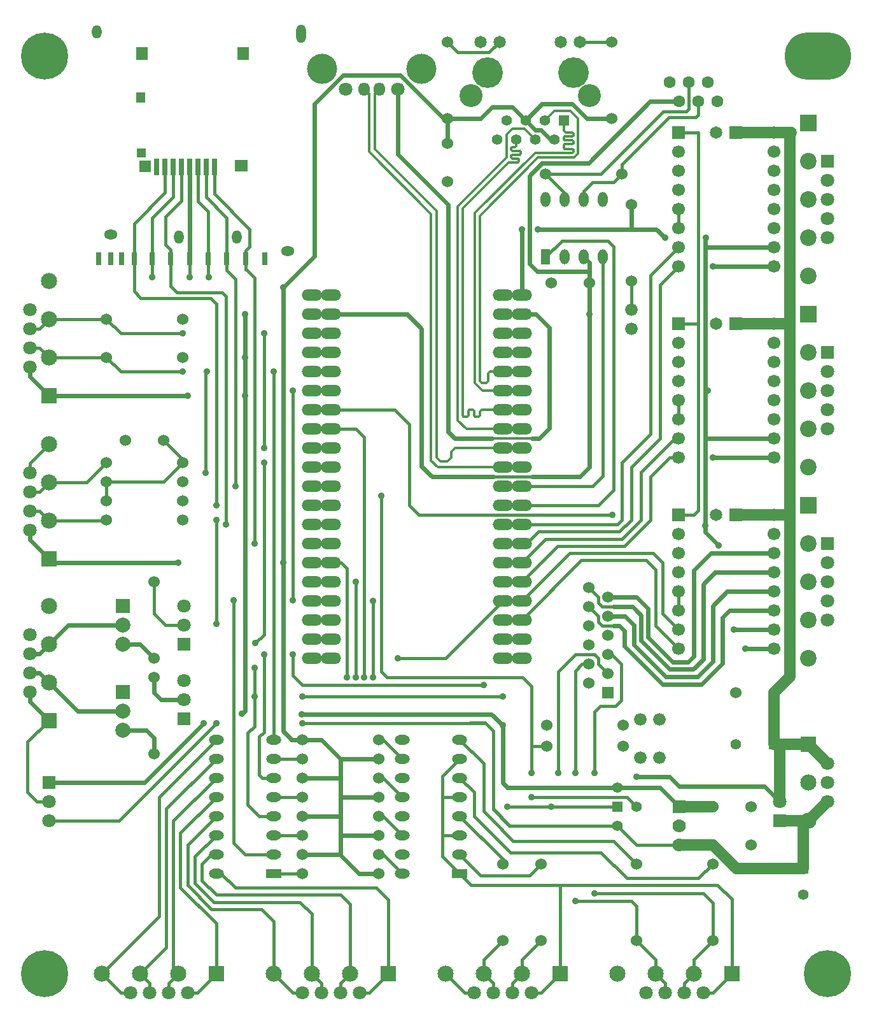
<source format=gtl>
G04 (created by PCBNEW-RS274X (2012-01-19 BZR 3256)-stable) date Fri 03 Jan 2014 10:12:11 AM CET*
G01*
G70*
G90*
%MOIN*%
G04 Gerber Fmt 3.4, Leading zero omitted, Abs format*
%FSLAX34Y34*%
G04 APERTURE LIST*
%ADD10C,0.006000*%
%ADD11R,0.051200X0.078700*%
%ADD12O,0.051200X0.078700*%
%ADD13C,0.070000*%
%ADD14R,0.070000X0.070000*%
%ADD15R,0.078700X0.051200*%
%ADD16O,0.078700X0.051200*%
%ADD17O,0.106300X0.059100*%
%ADD18C,0.160000*%
%ADD19R,0.055000X0.055000*%
%ADD20C,0.055000*%
%ADD21C,0.120000*%
%ADD22C,0.065000*%
%ADD23C,0.060000*%
%ADD24C,0.066000*%
%ADD25C,0.078700*%
%ADD26R,0.074800X0.074800*%
%ADD27O,0.059100X0.070900*%
%ADD28C,0.070900*%
%ADD29C,0.157500*%
%ADD30R,0.065000X0.065000*%
%ADD31R,0.070900X0.070900*%
%ADD32C,0.063000*%
%ADD33R,0.060000X0.060000*%
%ADD34O,0.350400X0.246100*%
%ADD35C,0.246100*%
%ADD36R,0.066900X0.066900*%
%ADD37C,0.066900*%
%ADD38R,0.084600X0.084600*%
%ADD39C,0.084600*%
%ADD40R,0.086600X0.086600*%
%ADD41C,0.086600*%
%ADD42R,0.027600X0.068900*%
%ADD43O,0.070400X0.050900*%
%ADD44O,0.050900X0.070400*%
%ADD45O,0.050900X0.097800*%
%ADD46R,0.059100X0.066900*%
%ADD47R,0.031500X0.089700*%
%ADD48R,0.050800X0.051200*%
%ADD49R,0.050800X0.055100*%
%ADD50R,0.066900X0.059100*%
%ADD51R,0.063000X0.059100*%
%ADD52C,0.035000*%
%ADD53C,0.024000*%
%ADD54C,0.016000*%
%ADD55C,0.012000*%
%ADD56C,0.060000*%
G04 APERTURE END LIST*
G54D10*
G54D11*
X40250Y-26500D03*
G54D12*
X41250Y-26500D03*
X42250Y-26500D03*
X43250Y-26500D03*
X43250Y-23500D03*
X42250Y-23500D03*
X41250Y-23500D03*
X40250Y-23500D03*
G54D13*
X47250Y-57250D03*
X47250Y-56250D03*
G54D14*
X47250Y-55250D03*
G54D15*
X26000Y-58750D03*
G54D16*
X26000Y-57750D03*
X26000Y-56750D03*
X26000Y-55750D03*
X26000Y-54750D03*
X26000Y-53750D03*
X26000Y-52750D03*
X26000Y-51750D03*
X23000Y-51750D03*
X23000Y-52750D03*
X23000Y-53750D03*
X23000Y-54750D03*
X23000Y-55750D03*
X23000Y-56750D03*
X23000Y-57750D03*
X23000Y-58750D03*
G54D15*
X35750Y-58750D03*
G54D16*
X35750Y-57750D03*
X35750Y-56750D03*
X35750Y-55750D03*
X35750Y-54750D03*
X35750Y-53750D03*
X35750Y-52750D03*
X35750Y-51750D03*
X32750Y-51750D03*
X32750Y-52750D03*
X32750Y-53750D03*
X32750Y-54750D03*
X32750Y-55750D03*
X32750Y-56750D03*
X32750Y-57750D03*
X32750Y-58750D03*
G54D17*
X39000Y-28500D03*
X39000Y-29500D03*
X39000Y-30500D03*
X39000Y-31500D03*
X39000Y-32500D03*
X39000Y-33500D03*
X39000Y-34500D03*
X39000Y-35500D03*
X39000Y-36500D03*
X39000Y-37500D03*
X39000Y-38500D03*
X39000Y-39500D03*
X39000Y-40500D03*
X39000Y-41500D03*
X39000Y-42500D03*
X39000Y-43500D03*
X39000Y-44500D03*
X39000Y-45500D03*
X39000Y-46500D03*
X39000Y-47500D03*
X28000Y-47500D03*
X28000Y-46500D03*
X28000Y-45500D03*
X28000Y-44500D03*
X28000Y-43500D03*
X28000Y-42500D03*
X28000Y-41500D03*
X28000Y-40500D03*
X28000Y-39500D03*
X28000Y-38500D03*
X28000Y-37500D03*
X28000Y-36500D03*
X28000Y-35500D03*
X28000Y-34500D03*
X28000Y-33500D03*
X28000Y-32500D03*
X28000Y-31500D03*
X28000Y-30500D03*
X28000Y-29500D03*
X28000Y-28500D03*
X29000Y-28500D03*
X29000Y-29500D03*
X29000Y-30500D03*
X29000Y-31500D03*
X29000Y-32500D03*
X29000Y-33500D03*
X29000Y-34500D03*
X29000Y-35500D03*
X29000Y-36500D03*
X29000Y-37500D03*
X29000Y-38500D03*
X29000Y-39500D03*
X29000Y-40500D03*
X29000Y-41500D03*
X29000Y-42500D03*
X29000Y-43500D03*
X29000Y-44500D03*
X29000Y-45500D03*
X29000Y-46500D03*
X29000Y-47500D03*
X38000Y-47500D03*
X38000Y-46500D03*
X38000Y-45500D03*
X38000Y-44500D03*
X38000Y-43500D03*
X38000Y-42500D03*
X38000Y-41500D03*
X38000Y-40500D03*
X38000Y-39500D03*
X38000Y-38500D03*
X38000Y-37500D03*
X38000Y-36500D03*
X38000Y-35500D03*
X38000Y-34500D03*
X38000Y-33500D03*
X38000Y-32500D03*
X38000Y-31500D03*
X38000Y-30500D03*
X38000Y-29500D03*
X38000Y-28500D03*
G54D18*
X37200Y-16850D03*
X41700Y-16850D03*
G54D19*
X41200Y-19350D03*
G54D20*
X40700Y-20350D03*
X40200Y-19350D03*
X39700Y-20350D03*
X39200Y-19350D03*
X38700Y-20350D03*
X38200Y-19350D03*
X37700Y-20350D03*
G54D21*
X42550Y-18050D03*
X36350Y-18050D03*
G54D22*
X42050Y-15250D03*
X41060Y-15250D03*
X37840Y-15250D03*
X36850Y-15250D03*
G54D23*
X50200Y-49300D03*
X52200Y-49300D03*
X20250Y-36100D03*
X18250Y-36100D03*
X35100Y-22550D03*
X35100Y-20550D03*
X51000Y-57250D03*
X49000Y-57250D03*
X51000Y-55250D03*
X49000Y-55250D03*
G54D24*
X44750Y-29250D03*
X44750Y-30250D03*
X45200Y-50700D03*
X46200Y-50700D03*
G54D19*
X52200Y-52000D03*
G54D20*
X50231Y-52000D03*
G54D19*
X53750Y-58500D03*
G54D20*
X53750Y-59878D03*
G54D25*
X18100Y-51250D03*
X18100Y-50250D03*
G54D26*
X18100Y-49250D03*
G54D25*
X18100Y-46750D03*
X18100Y-45750D03*
G54D26*
X18100Y-44750D03*
G54D27*
X30755Y-17720D03*
X31545Y-17720D03*
G54D28*
X29775Y-17720D03*
G54D29*
X28565Y-16650D03*
X33735Y-16650D03*
G54D28*
X32525Y-17720D03*
G54D24*
X45200Y-52700D03*
X46200Y-52700D03*
G54D30*
X50212Y-40000D03*
G54D22*
X49188Y-40000D03*
G54D30*
X50212Y-30000D03*
G54D22*
X49188Y-30000D03*
G54D30*
X50212Y-20000D03*
G54D22*
X49188Y-20000D03*
G54D31*
X14250Y-54000D03*
G54D28*
X14250Y-55000D03*
X14250Y-56000D03*
G54D31*
X21300Y-50650D03*
G54D28*
X21300Y-49650D03*
X21300Y-48650D03*
G54D31*
X21300Y-46750D03*
G54D28*
X21300Y-45750D03*
X21300Y-44750D03*
G54D32*
X47750Y-17375D03*
X48750Y-17375D03*
X46750Y-17375D03*
X49250Y-18375D03*
X48250Y-18375D03*
X47250Y-18375D03*
G54D23*
X45000Y-58250D03*
X45000Y-62250D03*
X27500Y-58750D03*
X31500Y-58750D03*
X27500Y-56750D03*
X31500Y-56750D03*
X40300Y-51000D03*
X44300Y-51000D03*
X49000Y-58250D03*
X49000Y-62250D03*
X27500Y-54750D03*
X31500Y-54750D03*
X27500Y-52750D03*
X31500Y-52750D03*
X27500Y-55750D03*
X31500Y-55750D03*
X27500Y-53750D03*
X31500Y-53750D03*
X27500Y-51750D03*
X31500Y-51750D03*
X19750Y-43500D03*
X19750Y-47500D03*
X19750Y-48500D03*
X19750Y-52500D03*
X21250Y-39250D03*
X17250Y-39250D03*
X17250Y-29750D03*
X21250Y-29750D03*
X44300Y-52100D03*
X40300Y-52100D03*
X44750Y-27750D03*
X44750Y-23750D03*
X35100Y-19250D03*
X35100Y-15250D03*
X43700Y-19250D03*
X43700Y-15250D03*
X44250Y-22150D03*
X40250Y-22150D03*
X27500Y-57750D03*
X31500Y-57750D03*
X40000Y-58250D03*
X40000Y-62250D03*
X38000Y-58250D03*
X38000Y-62250D03*
X21250Y-40250D03*
X17250Y-40250D03*
X21250Y-37250D03*
X17250Y-37250D03*
X17250Y-38250D03*
X21250Y-38250D03*
X17250Y-31750D03*
X21250Y-31750D03*
G54D33*
X43500Y-49300D03*
G54D23*
X42500Y-48800D03*
X43500Y-48300D03*
X42500Y-47800D03*
X43500Y-47300D03*
X42500Y-46800D03*
X43500Y-46300D03*
X42500Y-45800D03*
X43500Y-45300D03*
X42500Y-44800D03*
X43500Y-44300D03*
X42500Y-43800D03*
G54D34*
X54500Y-16000D03*
G54D35*
X55000Y-64000D03*
X14000Y-64000D03*
X14000Y-16000D03*
G54D36*
X47200Y-40000D03*
G54D37*
X47200Y-41000D03*
X47200Y-42000D03*
X47200Y-43000D03*
X47200Y-44000D03*
X47200Y-45000D03*
X47200Y-46000D03*
X47200Y-47000D03*
X52200Y-47000D03*
X52200Y-46000D03*
X52200Y-45000D03*
X52200Y-44000D03*
X52200Y-43000D03*
X52200Y-42000D03*
X52200Y-41000D03*
X52200Y-40000D03*
G54D36*
X47200Y-30000D03*
G54D37*
X47200Y-31000D03*
X47200Y-32000D03*
X47200Y-33000D03*
X47200Y-34000D03*
X47200Y-35000D03*
X47200Y-36000D03*
X47200Y-37000D03*
X52200Y-37000D03*
X52200Y-36000D03*
X52200Y-35000D03*
X52200Y-34000D03*
X52200Y-33000D03*
X52200Y-32000D03*
X52200Y-31000D03*
X52200Y-30000D03*
G54D36*
X47200Y-20000D03*
G54D37*
X47200Y-21000D03*
X47200Y-22000D03*
X47200Y-23000D03*
X47200Y-24000D03*
X47200Y-25000D03*
X47200Y-26000D03*
X47200Y-27000D03*
X52200Y-27000D03*
X52200Y-26000D03*
X52200Y-25000D03*
X52200Y-24000D03*
X52200Y-23000D03*
X52200Y-22000D03*
X52200Y-21000D03*
X52200Y-20000D03*
G54D38*
X23000Y-64000D03*
G54D39*
X21000Y-64000D03*
X19000Y-64000D03*
X17000Y-64000D03*
G54D28*
X21500Y-65000D03*
X20500Y-65000D03*
X19500Y-65000D03*
X18500Y-65000D03*
G54D38*
X14250Y-33750D03*
G54D39*
X14250Y-31750D03*
X14250Y-29750D03*
X14250Y-27750D03*
G54D28*
X13250Y-32250D03*
X13250Y-31250D03*
X13250Y-30250D03*
X13250Y-29250D03*
G54D38*
X32000Y-64000D03*
G54D39*
X30000Y-64000D03*
X28000Y-64000D03*
X26000Y-64000D03*
G54D28*
X30500Y-65000D03*
X29500Y-65000D03*
X28500Y-65000D03*
X27500Y-65000D03*
G54D38*
X50000Y-64000D03*
G54D39*
X48000Y-64000D03*
X46000Y-64000D03*
X44000Y-64000D03*
G54D28*
X48500Y-65000D03*
X47500Y-65000D03*
X46500Y-65000D03*
X45500Y-65000D03*
G54D38*
X41000Y-64000D03*
G54D39*
X39000Y-64000D03*
X37000Y-64000D03*
X35000Y-64000D03*
G54D28*
X39500Y-65000D03*
X38500Y-65000D03*
X37500Y-65000D03*
X36500Y-65000D03*
G54D38*
X14250Y-50750D03*
G54D39*
X14250Y-48750D03*
X14250Y-46750D03*
X14250Y-44750D03*
G54D28*
X13250Y-49250D03*
X13250Y-48250D03*
X13250Y-47250D03*
X13250Y-46250D03*
G54D38*
X14250Y-42300D03*
G54D39*
X14250Y-40300D03*
X14250Y-38300D03*
X14250Y-36300D03*
G54D28*
X13250Y-40800D03*
X13250Y-39800D03*
X13250Y-38800D03*
X13250Y-37800D03*
G54D31*
X52500Y-56000D03*
G54D28*
X52500Y-55000D03*
G54D19*
X44000Y-55250D03*
G54D20*
X44000Y-54250D03*
X44000Y-56250D03*
X45000Y-55250D03*
G54D40*
X54000Y-29500D03*
G54D41*
X54000Y-31500D03*
X54000Y-33500D03*
X54000Y-35500D03*
G54D31*
X55000Y-31500D03*
G54D28*
X55000Y-32500D03*
X55000Y-33500D03*
X55000Y-34500D03*
G54D41*
X54000Y-37500D03*
G54D28*
X55000Y-35500D03*
G54D40*
X54000Y-19500D03*
G54D41*
X54000Y-21500D03*
X54000Y-23500D03*
X54000Y-25500D03*
G54D31*
X55000Y-21500D03*
G54D28*
X55000Y-22500D03*
X55000Y-23500D03*
X55000Y-24500D03*
G54D41*
X54000Y-27500D03*
G54D28*
X55000Y-25500D03*
G54D40*
X54000Y-39500D03*
G54D41*
X54000Y-41500D03*
X54000Y-43500D03*
X54000Y-45500D03*
G54D31*
X55000Y-41500D03*
G54D28*
X55000Y-42500D03*
X55000Y-43500D03*
X55000Y-44500D03*
G54D41*
X54000Y-47500D03*
G54D28*
X55000Y-45500D03*
G54D23*
X40550Y-27850D03*
X42550Y-27850D03*
G54D42*
X24542Y-26601D03*
X23563Y-26601D03*
X22585Y-26601D03*
X21607Y-26601D03*
X20630Y-26601D03*
X19651Y-26601D03*
X18702Y-26601D03*
X18037Y-26601D03*
X25557Y-26601D03*
X17470Y-26601D03*
X16844Y-26601D03*
G54D43*
X26750Y-26182D03*
G54D44*
X24077Y-25465D03*
X21057Y-25465D03*
X16762Y-14717D03*
G54D43*
X17467Y-25323D03*
G54D45*
X27435Y-14820D03*
G54D46*
X19111Y-15868D03*
G54D47*
X22910Y-21797D03*
X22477Y-21797D03*
X22044Y-21797D03*
X21611Y-21797D03*
X21178Y-21797D03*
X20745Y-21797D03*
X20312Y-21797D03*
X19878Y-21797D03*
G54D48*
X19069Y-21064D03*
G54D49*
X19058Y-18151D03*
G54D46*
X24426Y-15868D03*
G54D50*
X24308Y-21714D03*
G54D51*
X19286Y-21753D03*
G54D38*
X54000Y-52000D03*
G54D39*
X54000Y-54000D03*
G54D28*
X55000Y-53000D03*
X55000Y-54000D03*
X55000Y-55000D03*
G54D39*
X54000Y-56000D03*
G54D52*
X26500Y-42500D03*
X39850Y-25050D03*
X46500Y-25500D03*
X48650Y-25500D03*
X49300Y-41600D03*
X50100Y-46000D03*
X21000Y-42500D03*
X39000Y-25050D03*
X48750Y-33500D03*
X48600Y-40550D03*
X26500Y-28100D03*
X21600Y-27550D03*
X24500Y-29500D03*
X21500Y-33750D03*
X38000Y-51000D03*
X27475Y-50425D03*
X24500Y-31750D03*
X22350Y-50900D03*
X24350Y-50400D03*
X24500Y-33750D03*
X42550Y-29500D03*
X43750Y-40000D03*
X23900Y-44450D03*
X27000Y-44450D03*
X27000Y-33500D03*
X25000Y-48000D03*
X27500Y-49500D03*
X38000Y-49500D03*
X25000Y-49500D03*
X26000Y-32500D03*
X25500Y-47300D03*
X27000Y-47300D03*
X37000Y-48900D03*
X21250Y-32500D03*
X22450Y-37800D03*
X22500Y-32500D03*
X21250Y-30500D03*
X25500Y-36500D03*
X25500Y-30500D03*
X40900Y-53500D03*
X38250Y-55250D03*
X40550Y-55250D03*
X42800Y-53500D03*
X42800Y-59800D03*
X30750Y-48500D03*
X32500Y-47500D03*
X41800Y-53500D03*
X41800Y-60200D03*
X31200Y-48500D03*
X31200Y-44500D03*
X29850Y-48500D03*
X30300Y-48500D03*
X30300Y-43500D03*
X49000Y-27000D03*
X50700Y-47000D03*
X19650Y-27550D03*
X22600Y-27550D03*
X49000Y-37000D03*
X25500Y-37250D03*
X25050Y-46700D03*
X23000Y-45700D03*
X23000Y-40250D03*
X23000Y-39500D03*
X25000Y-41500D03*
X24000Y-38500D03*
X23500Y-40500D03*
X27500Y-50900D03*
X23000Y-50900D03*
X39500Y-54750D03*
X45000Y-53700D03*
X31650Y-39000D03*
X39500Y-53500D03*
G54D53*
X50100Y-26000D02*
X50300Y-26000D01*
X39850Y-25050D02*
X44400Y-25050D01*
X44750Y-24700D02*
X44750Y-23750D01*
X40000Y-19850D02*
X39700Y-19850D01*
X13250Y-41300D02*
X14250Y-42300D01*
X50100Y-26000D02*
X48600Y-26000D01*
X48700Y-41000D02*
X49300Y-41600D01*
X29500Y-56750D02*
X29500Y-55750D01*
X48600Y-40900D02*
X48700Y-41000D01*
X48600Y-29150D02*
X48600Y-33500D01*
X48600Y-28600D02*
X48600Y-29150D01*
X48600Y-28550D02*
X48600Y-28600D01*
X48600Y-26000D02*
X48600Y-25550D01*
G54D54*
X21607Y-26601D02*
X21607Y-27543D01*
X21607Y-27543D02*
X21600Y-27550D01*
G54D53*
X29500Y-57750D02*
X29500Y-56750D01*
X39700Y-19850D02*
X39200Y-19350D01*
X48600Y-33500D02*
X48600Y-36000D01*
G54D54*
X48600Y-25550D02*
X48650Y-25500D01*
G54D53*
X39000Y-28500D02*
X39000Y-25050D01*
X13250Y-40800D02*
X13250Y-41300D01*
X27500Y-55750D02*
X29375Y-55750D01*
X46050Y-25050D02*
X46500Y-25500D01*
X29500Y-53750D02*
X29500Y-52750D01*
X44750Y-25050D02*
X44400Y-25050D01*
G54D54*
X38000Y-28500D02*
X39000Y-28500D01*
G54D53*
X35100Y-20550D02*
X35100Y-19250D01*
G54D54*
X40700Y-20350D02*
X40500Y-20350D01*
G54D53*
X31500Y-54750D02*
X29500Y-54750D01*
X27500Y-53750D02*
X29500Y-53750D01*
X31500Y-56750D02*
X29500Y-56750D01*
X21000Y-42500D02*
X14450Y-42500D01*
X40500Y-20350D02*
X40000Y-19850D01*
X41650Y-18500D02*
X40050Y-18500D01*
X40050Y-18500D02*
X39200Y-19350D01*
X52200Y-46000D02*
X50100Y-46000D01*
X29500Y-52750D02*
X28500Y-51750D01*
X28500Y-51750D02*
X27500Y-51750D01*
X29475Y-57750D02*
X30475Y-58750D01*
X30475Y-58750D02*
X31500Y-58750D01*
X21611Y-21797D02*
X21611Y-26597D01*
G54D54*
X21611Y-26597D02*
X21607Y-26601D01*
G54D53*
X26500Y-51300D02*
X26950Y-51750D01*
X26500Y-42500D02*
X26500Y-51300D01*
X26950Y-51750D02*
X27500Y-51750D01*
X32650Y-17000D02*
X29650Y-17000D01*
X29650Y-17000D02*
X28150Y-18500D01*
X34900Y-19250D02*
X32650Y-17000D01*
X28150Y-18500D02*
X28150Y-26450D01*
X28150Y-26450D02*
X27100Y-27500D01*
X27100Y-27500D02*
X26500Y-28100D01*
X35100Y-19250D02*
X34900Y-19250D01*
X29500Y-55750D02*
X29500Y-54750D01*
X52200Y-36000D02*
X48600Y-36000D01*
X37550Y-18650D02*
X37450Y-18650D01*
X37450Y-18650D02*
X36850Y-19250D01*
X38500Y-18650D02*
X37550Y-18650D01*
X36850Y-19250D02*
X35100Y-19250D01*
X39200Y-19350D02*
X38500Y-18650D01*
X31500Y-52750D02*
X29500Y-52750D01*
X43700Y-19250D02*
X42400Y-19250D01*
X42400Y-19250D02*
X41650Y-18500D01*
G54D55*
X48750Y-33500D02*
X48600Y-33500D01*
G54D54*
X14450Y-42500D02*
X14250Y-42300D01*
G54D53*
X29500Y-54750D02*
X29500Y-53750D01*
X46050Y-25050D02*
X44750Y-25050D01*
X52200Y-26000D02*
X50300Y-26000D01*
X48600Y-26000D02*
X48600Y-28300D01*
X48600Y-28300D02*
X48600Y-28450D01*
X48600Y-28450D02*
X48600Y-28550D01*
X26500Y-28100D02*
X26500Y-42500D01*
G54D54*
X29375Y-55750D02*
X29500Y-55750D01*
X29500Y-57750D02*
X29475Y-57750D01*
G54D53*
X29475Y-57750D02*
X27500Y-57750D01*
X48600Y-40550D02*
X48600Y-40900D01*
G54D54*
X21587Y-27537D02*
X21600Y-27550D01*
G54D53*
X48600Y-36000D02*
X48600Y-40550D01*
X44750Y-24700D02*
X44750Y-25050D01*
X22350Y-50900D02*
X19250Y-54000D01*
X19250Y-54000D02*
X18600Y-54000D01*
X40650Y-21600D02*
X40100Y-21600D01*
X39400Y-26850D02*
X39600Y-27050D01*
X45725Y-18375D02*
X42500Y-21600D01*
X42550Y-29500D02*
X42550Y-27550D01*
X40050Y-21600D02*
X39400Y-22250D01*
X47250Y-55250D02*
X46250Y-54250D01*
G54D54*
X46250Y-54250D02*
X44000Y-54250D01*
G54D53*
X42500Y-21600D02*
X40650Y-21600D01*
X38000Y-51000D02*
X38000Y-52000D01*
X39000Y-54250D02*
X44000Y-54250D01*
X29000Y-29500D02*
X33000Y-29500D01*
X33000Y-29500D02*
X33750Y-30250D01*
X34300Y-38000D02*
X37500Y-38000D01*
X39000Y-54250D02*
X38250Y-54250D01*
G54D54*
X38000Y-52000D02*
X38000Y-51925D01*
G54D53*
X27475Y-50425D02*
X36300Y-50425D01*
G54D54*
X38000Y-51925D02*
X38000Y-51925D01*
G54D53*
X42550Y-27550D02*
X42550Y-26800D01*
G54D56*
X49000Y-55250D02*
X47250Y-55250D01*
G54D53*
X38250Y-54250D02*
X38000Y-54000D01*
X38000Y-54000D02*
X38000Y-52100D01*
X42550Y-37500D02*
X42550Y-31150D01*
X42050Y-38000D02*
X42550Y-37500D01*
X40400Y-38000D02*
X42050Y-38000D01*
X42550Y-26800D02*
X42250Y-26500D01*
X24500Y-29500D02*
X24500Y-31750D01*
G54D54*
X39550Y-38000D02*
X37500Y-38000D01*
G54D53*
X24500Y-31750D02*
X24500Y-33750D01*
X14250Y-33750D02*
X21500Y-33750D01*
X42550Y-26800D02*
X42250Y-26500D01*
X42550Y-27250D02*
X42550Y-26800D01*
X37425Y-50425D02*
X38000Y-51000D01*
X24500Y-49950D02*
X24500Y-50250D01*
X42550Y-27850D02*
X42550Y-27250D01*
X39800Y-27250D02*
X39600Y-27050D01*
X42550Y-27250D02*
X39800Y-27250D01*
X24500Y-50250D02*
X24350Y-50400D01*
G54D54*
X40100Y-21600D02*
X40050Y-21600D01*
G54D53*
X33750Y-37450D02*
X34300Y-38000D01*
X47250Y-18375D02*
X45725Y-18375D01*
X39400Y-22250D02*
X39400Y-26850D01*
X36300Y-50425D02*
X37425Y-50425D01*
X13250Y-32750D02*
X13250Y-32250D01*
G54D54*
X38000Y-51925D02*
X38000Y-52100D01*
G54D53*
X42550Y-31150D02*
X42550Y-29500D01*
X14250Y-54000D02*
X18600Y-54000D01*
X33750Y-30250D02*
X33750Y-37450D01*
X24500Y-33750D02*
X24500Y-48100D01*
X24500Y-48100D02*
X24500Y-49950D01*
X14250Y-33750D02*
X13250Y-32750D01*
X39550Y-38000D02*
X40400Y-38000D01*
X44000Y-54250D02*
X46250Y-54250D01*
X32525Y-21125D02*
X35150Y-23750D01*
G54D55*
X37450Y-36000D02*
X39550Y-36000D01*
X39900Y-36000D02*
X40450Y-35450D01*
X40450Y-35450D02*
X40450Y-30200D01*
X40450Y-30200D02*
X39750Y-29500D01*
X39750Y-29500D02*
X39000Y-29500D01*
G54D53*
X35150Y-23750D02*
X35150Y-35650D01*
X35150Y-35650D02*
X35500Y-36000D01*
X35500Y-36000D02*
X37150Y-36000D01*
X32525Y-17720D02*
X32525Y-21125D01*
X37150Y-36000D02*
X37450Y-36000D01*
X39750Y-29500D02*
X39000Y-29500D01*
X40450Y-30200D02*
X39750Y-29500D01*
X40450Y-35450D02*
X40450Y-30200D01*
X39900Y-36000D02*
X40450Y-35450D01*
X39550Y-36000D02*
X39900Y-36000D01*
G54D54*
X41250Y-23500D02*
X41250Y-23150D01*
X43150Y-22150D02*
X46400Y-18900D01*
X46400Y-18900D02*
X47600Y-18900D01*
X47600Y-18900D02*
X47750Y-18750D01*
X47750Y-18750D02*
X47750Y-17375D01*
X40250Y-22150D02*
X43150Y-22150D01*
X41250Y-23150D02*
X40250Y-22150D01*
X48100Y-19200D02*
X48250Y-19050D01*
X42250Y-23500D02*
X42250Y-23050D01*
X44300Y-21600D02*
X46700Y-19200D01*
X43800Y-22600D02*
X44250Y-22150D01*
X48250Y-19050D02*
X48250Y-18375D01*
X46700Y-19200D02*
X47350Y-19200D01*
X42700Y-22600D02*
X43800Y-22600D01*
X44250Y-22150D02*
X44250Y-21650D01*
X47350Y-19200D02*
X48100Y-19200D01*
X42250Y-23050D02*
X42700Y-22600D01*
X44250Y-21650D02*
X44300Y-21600D01*
X43250Y-37950D02*
X42700Y-38500D01*
X43250Y-26500D02*
X43250Y-37950D01*
X42700Y-38500D02*
X39000Y-38500D01*
G54D55*
X38000Y-38500D02*
X39000Y-38500D01*
G54D54*
X43800Y-25950D02*
X43800Y-38700D01*
X41100Y-25650D02*
X43500Y-25650D01*
X43500Y-25650D02*
X43800Y-25950D01*
X39000Y-39500D02*
X38000Y-39500D01*
X43000Y-39500D02*
X39000Y-39500D01*
X40250Y-26500D02*
X41100Y-25650D01*
X43800Y-38700D02*
X43000Y-39500D01*
X43750Y-40000D02*
X37250Y-40000D01*
X48250Y-30000D02*
X48250Y-20000D01*
X28000Y-34500D02*
X29000Y-34500D01*
X32350Y-34500D02*
X29000Y-34500D01*
X48250Y-20000D02*
X47200Y-20000D01*
X47200Y-40000D02*
X48000Y-40000D01*
X33100Y-35250D02*
X33100Y-39500D01*
X33100Y-39500D02*
X33600Y-40000D01*
X37250Y-40000D02*
X33600Y-40000D01*
X47200Y-30000D02*
X48250Y-30000D01*
X48000Y-40000D02*
X48250Y-39750D01*
X32350Y-34500D02*
X33100Y-35250D01*
X48250Y-39750D02*
X48250Y-30000D01*
X23900Y-57150D02*
X23900Y-55500D01*
X24500Y-57750D02*
X23900Y-57150D01*
X23900Y-55500D02*
X23900Y-44750D01*
X23900Y-44750D02*
X23900Y-44450D01*
X27000Y-33500D02*
X27000Y-44450D01*
X26000Y-57750D02*
X24500Y-57750D01*
X25000Y-50550D02*
X25000Y-51050D01*
X25000Y-50550D02*
X25000Y-49950D01*
X25000Y-49950D02*
X25000Y-49500D01*
X26000Y-55750D02*
X25250Y-55750D01*
X25000Y-51050D02*
X25000Y-51050D01*
X25000Y-48000D02*
X25000Y-48650D01*
X38000Y-49500D02*
X27500Y-49500D01*
X25000Y-51050D02*
X24650Y-51400D01*
X24650Y-55150D02*
X25250Y-55750D01*
X24650Y-51400D02*
X24650Y-55150D01*
X25250Y-55750D02*
X26000Y-55750D01*
X25000Y-49500D02*
X25000Y-48650D01*
X39000Y-47500D02*
X38000Y-47500D01*
X26000Y-51750D02*
X26000Y-32500D01*
X25500Y-50700D02*
X25500Y-51350D01*
X25250Y-51600D02*
X25250Y-53600D01*
X25500Y-51350D02*
X25250Y-51600D01*
X25500Y-49600D02*
X25500Y-48050D01*
X25500Y-50700D02*
X25500Y-49600D01*
X27000Y-47300D02*
X27000Y-48400D01*
X27000Y-48400D02*
X27500Y-48900D01*
X27500Y-48900D02*
X37000Y-48900D01*
X25500Y-48050D02*
X25500Y-47300D01*
X25400Y-53750D02*
X25250Y-53600D01*
X25400Y-53750D02*
X26000Y-53750D01*
X26000Y-53750D02*
X25400Y-53750D01*
G54D55*
X39700Y-20350D02*
X39150Y-19800D01*
X36100Y-35500D02*
X38000Y-35500D01*
X35650Y-35050D02*
X36100Y-35500D01*
X35650Y-23850D02*
X35650Y-35050D01*
G54D54*
X39000Y-35500D02*
X38000Y-35500D01*
G54D55*
X39150Y-19800D02*
X38500Y-19800D01*
X38500Y-19800D02*
X38200Y-20100D01*
X38200Y-20100D02*
X38200Y-21300D01*
X38200Y-21300D02*
X35650Y-23850D01*
X38500Y-21350D02*
X38800Y-21350D01*
X38450Y-21300D02*
X38500Y-21350D01*
X38450Y-21200D02*
X38450Y-21300D01*
X38500Y-21150D02*
X38450Y-21200D01*
X38900Y-21150D02*
X38500Y-21150D01*
X38950Y-21100D02*
X38900Y-21150D01*
X38950Y-21000D02*
X38950Y-21100D01*
X38900Y-20950D02*
X38950Y-21000D01*
X38500Y-20950D02*
X38900Y-20950D01*
X38450Y-20900D02*
X38500Y-20950D01*
X38450Y-20800D02*
X38450Y-20900D01*
X38500Y-20750D02*
X38450Y-20800D01*
X38650Y-20750D02*
X38500Y-20750D01*
X38700Y-20700D02*
X38650Y-20750D01*
G54D54*
X38000Y-34500D02*
X39000Y-34500D01*
G54D55*
X36550Y-34850D02*
X36750Y-34850D01*
X36750Y-34850D02*
X36800Y-34800D01*
X36800Y-34800D02*
X36800Y-34600D01*
X36800Y-34600D02*
X36900Y-34500D01*
X36900Y-34500D02*
X38000Y-34500D01*
X38700Y-20350D02*
X38700Y-20700D01*
X36500Y-34800D02*
X36550Y-34850D01*
X36500Y-34550D02*
X36500Y-34800D01*
X36450Y-34500D02*
X36500Y-34550D01*
X36250Y-34500D02*
X36450Y-34500D01*
X36200Y-34550D02*
X36250Y-34500D01*
X36200Y-34800D02*
X36200Y-34550D01*
X36150Y-34850D02*
X36200Y-34800D01*
X35950Y-34850D02*
X36150Y-34850D01*
X35900Y-34800D02*
X35950Y-34850D01*
X35900Y-23950D02*
X35900Y-34800D01*
X38300Y-21550D02*
X35900Y-23950D01*
X38800Y-21550D02*
X38300Y-21550D01*
X38850Y-21500D02*
X38800Y-21550D01*
X38850Y-21400D02*
X38850Y-21500D01*
X38800Y-21350D02*
X38850Y-21400D01*
G54D54*
X14250Y-31750D02*
X17250Y-31750D01*
X13750Y-31250D02*
X14250Y-31750D01*
X13250Y-31250D02*
X13750Y-31250D01*
X18000Y-32500D02*
X21250Y-32500D01*
X17250Y-31750D02*
X18000Y-32500D01*
X22450Y-32550D02*
X22500Y-32500D01*
X22450Y-32550D02*
X22450Y-37800D01*
X18000Y-30500D02*
X21250Y-30500D01*
X17250Y-29750D02*
X18000Y-30500D01*
X13250Y-30250D02*
X13750Y-30250D01*
X13750Y-30250D02*
X14250Y-29750D01*
X25500Y-36500D02*
X25500Y-30500D01*
X14250Y-29750D02*
X17250Y-29750D01*
G54D55*
X36550Y-24200D02*
X36550Y-33100D01*
X39700Y-21050D02*
X36550Y-24200D01*
X41650Y-21050D02*
X39700Y-21050D01*
X41700Y-21000D02*
X41650Y-21050D01*
X41700Y-20900D02*
X41700Y-21000D01*
X41650Y-20850D02*
X41700Y-20900D01*
X41250Y-20850D02*
X41650Y-20850D01*
X41650Y-20600D02*
X41300Y-20600D01*
X41700Y-20550D02*
X41650Y-20600D01*
X41700Y-20450D02*
X41700Y-20550D01*
X41650Y-20400D02*
X41700Y-20450D01*
X41250Y-20400D02*
X41650Y-20400D01*
G54D54*
X38000Y-33500D02*
X39000Y-33500D01*
G54D55*
X41200Y-20350D02*
X41250Y-20400D01*
X41200Y-20250D02*
X41200Y-20350D01*
X41250Y-20200D02*
X41200Y-20250D01*
X41650Y-20200D02*
X41250Y-20200D01*
X41700Y-20150D02*
X41650Y-20200D01*
X41700Y-20050D02*
X41700Y-20150D01*
X41650Y-20000D02*
X41700Y-20050D01*
X41300Y-20000D02*
X41650Y-20000D01*
X41200Y-19900D02*
X41300Y-20000D01*
X41300Y-20600D02*
X41250Y-20600D01*
X41200Y-20800D02*
X41250Y-20850D01*
X41200Y-20650D02*
X41200Y-20800D01*
X41250Y-20600D02*
X41200Y-20650D01*
X41200Y-19350D02*
X41200Y-19900D01*
X36950Y-33500D02*
X39000Y-33500D01*
X36550Y-33100D02*
X36950Y-33500D01*
X37350Y-32500D02*
X37250Y-32600D01*
X37250Y-32600D02*
X37250Y-33000D01*
X37250Y-33000D02*
X37150Y-33100D01*
X37150Y-33100D02*
X36900Y-33100D01*
G54D54*
X38000Y-32500D02*
X39000Y-32500D01*
G54D55*
X39000Y-32500D02*
X37350Y-32500D01*
X40700Y-18850D02*
X40200Y-19350D01*
X41550Y-18850D02*
X40700Y-18850D01*
X41950Y-19250D02*
X41550Y-18850D01*
X41950Y-21100D02*
X41950Y-19250D01*
X41750Y-21300D02*
X41950Y-21100D01*
X39850Y-21300D02*
X41750Y-21300D01*
X36800Y-24350D02*
X39850Y-21300D01*
X36800Y-33000D02*
X36800Y-24350D01*
X36900Y-33100D02*
X36800Y-33000D01*
G54D54*
X42800Y-47300D02*
X43000Y-47500D01*
X41800Y-47300D02*
X42800Y-47300D01*
X41000Y-64000D02*
X41000Y-59350D01*
X35750Y-58750D02*
X36350Y-59350D01*
X36350Y-59350D02*
X41000Y-59350D01*
X50000Y-60100D02*
X50000Y-64000D01*
X41000Y-59350D02*
X49250Y-59350D01*
X49250Y-59350D02*
X50000Y-60100D01*
X40900Y-55250D02*
X40550Y-55250D01*
X40900Y-48200D02*
X41800Y-47300D01*
X44000Y-55250D02*
X40900Y-55250D01*
X43000Y-47500D02*
X43000Y-47800D01*
X43000Y-47800D02*
X43500Y-48300D01*
X49000Y-65000D02*
X50000Y-64000D01*
X48500Y-65000D02*
X49000Y-65000D01*
X40000Y-65000D02*
X41000Y-64000D01*
X40900Y-53200D02*
X40900Y-48200D01*
X35750Y-52750D02*
X34850Y-53650D01*
X35750Y-56750D02*
X34850Y-56750D01*
X35750Y-54750D02*
X34850Y-54750D01*
X35750Y-58750D02*
X34850Y-57850D01*
X38275Y-55250D02*
X38250Y-55250D01*
X38600Y-55250D02*
X38275Y-55250D01*
X34850Y-53650D02*
X34850Y-54750D01*
X34850Y-54750D02*
X34850Y-56750D01*
X34850Y-56750D02*
X34850Y-57850D01*
X40550Y-55250D02*
X38600Y-55250D01*
X39500Y-65000D02*
X40000Y-65000D01*
X40900Y-53200D02*
X40900Y-53500D01*
X39000Y-45500D02*
X42125Y-42375D01*
X46000Y-42875D02*
X46000Y-45800D01*
X42125Y-42375D02*
X45500Y-42375D01*
X38000Y-45500D02*
X39000Y-45500D01*
X45500Y-42375D02*
X46000Y-42875D01*
X46000Y-45800D02*
X47200Y-47000D01*
X49000Y-62250D02*
X48000Y-63250D01*
X48000Y-63250D02*
X48000Y-64000D01*
X48000Y-64000D02*
X47500Y-64500D01*
X47500Y-64500D02*
X47500Y-65000D01*
X42800Y-50900D02*
X42800Y-53500D01*
X43900Y-50000D02*
X43100Y-50000D01*
X42800Y-50300D02*
X42800Y-50900D01*
X43100Y-50000D02*
X42800Y-50300D01*
X43500Y-47300D02*
X43700Y-47300D01*
X43700Y-47300D02*
X44200Y-47800D01*
X44200Y-49700D02*
X43900Y-50000D01*
X44200Y-47800D02*
X44200Y-49700D01*
X48500Y-59800D02*
X49000Y-60300D01*
X49000Y-60300D02*
X49000Y-62250D01*
X42800Y-59800D02*
X48500Y-59800D01*
X31750Y-53750D02*
X32750Y-54750D01*
X30750Y-35925D02*
X30325Y-35500D01*
X31500Y-53750D02*
X31750Y-53750D01*
X30750Y-48500D02*
X30750Y-35925D01*
X30325Y-35500D02*
X28000Y-35500D01*
X46375Y-45175D02*
X47200Y-46000D01*
X39000Y-44500D02*
X41500Y-42000D01*
X32500Y-47500D02*
X35000Y-47500D01*
X45875Y-42000D02*
X46375Y-42500D01*
X38000Y-44500D02*
X39000Y-44500D01*
X46375Y-42500D02*
X46375Y-45175D01*
X35000Y-47500D02*
X38000Y-44500D01*
X41500Y-42000D02*
X45875Y-42000D01*
G54D53*
X44650Y-45525D02*
X44425Y-45300D01*
X44425Y-45300D02*
X43500Y-45300D01*
X44650Y-45525D02*
X44875Y-45750D01*
X44875Y-46800D02*
X46550Y-48475D01*
X48200Y-48475D02*
X49000Y-47675D01*
X44875Y-46650D02*
X44875Y-46800D01*
X44875Y-45750D02*
X44875Y-46650D01*
X49725Y-44025D02*
X49000Y-44750D01*
X49750Y-44000D02*
X49725Y-44025D01*
X49000Y-44750D02*
X49000Y-47675D01*
X52200Y-44000D02*
X49750Y-44000D01*
X46550Y-48475D02*
X48200Y-48475D01*
X52200Y-45000D02*
X49875Y-45000D01*
X44375Y-46200D02*
X44375Y-46075D01*
X44100Y-45800D02*
X43800Y-45800D01*
X44375Y-46075D02*
X44100Y-45800D01*
G54D54*
X43000Y-45500D02*
X43000Y-45600D01*
X43000Y-45300D02*
X43000Y-45500D01*
X43400Y-45800D02*
X43800Y-45800D01*
X42500Y-44800D02*
X43000Y-45300D01*
X43000Y-45600D02*
X43200Y-45800D01*
G54D53*
X46375Y-48875D02*
X48400Y-48875D01*
X48400Y-48875D02*
X49500Y-47775D01*
X49500Y-47775D02*
X49500Y-47550D01*
X49500Y-45375D02*
X49500Y-47550D01*
X49875Y-45000D02*
X49500Y-45375D01*
X44375Y-46450D02*
X44375Y-46875D01*
X44375Y-46450D02*
X44375Y-46200D01*
G54D54*
X43200Y-45800D02*
X43400Y-45800D01*
G54D53*
X44375Y-46875D02*
X46375Y-48875D01*
X45000Y-45000D02*
X45125Y-45125D01*
X45125Y-45125D02*
X45250Y-45250D01*
X44900Y-44900D02*
X45000Y-45000D01*
X48500Y-43625D02*
X49125Y-43000D01*
X46750Y-48075D02*
X45250Y-46575D01*
X45250Y-45250D02*
X45125Y-45125D01*
X45000Y-45000D02*
X45250Y-45250D01*
X44900Y-44900D02*
X44800Y-44800D01*
X44800Y-44800D02*
X43800Y-44800D01*
G54D54*
X43000Y-44500D02*
X43000Y-44300D01*
X43000Y-44600D02*
X43200Y-44800D01*
X43800Y-44800D02*
X44800Y-44800D01*
X43200Y-44800D02*
X43800Y-44800D01*
G54D53*
X45250Y-46575D02*
X45250Y-45250D01*
X47975Y-48075D02*
X46750Y-48075D01*
X48500Y-47550D02*
X48500Y-43625D01*
X48500Y-47550D02*
X47975Y-48075D01*
X52200Y-43000D02*
X49125Y-43000D01*
G54D54*
X43000Y-44500D02*
X43000Y-44600D01*
X43000Y-44300D02*
X42500Y-43800D01*
G54D53*
X45000Y-44300D02*
X45600Y-44900D01*
X43500Y-44300D02*
X45000Y-44300D01*
X48900Y-42000D02*
X52200Y-42000D01*
X45600Y-44900D02*
X45600Y-46400D01*
X45600Y-46400D02*
X46900Y-47700D01*
X46900Y-47700D02*
X47700Y-47700D01*
X48000Y-42900D02*
X48900Y-42000D01*
X48000Y-47400D02*
X48000Y-42900D01*
X47700Y-47700D02*
X48000Y-47400D01*
G54D54*
X40875Y-41625D02*
X44375Y-41625D01*
X45750Y-38000D02*
X46750Y-37000D01*
X46750Y-37000D02*
X47200Y-37000D01*
X45750Y-38450D02*
X45750Y-38000D01*
X45750Y-38450D02*
X45750Y-38500D01*
X39000Y-43500D02*
X40875Y-41625D01*
X44375Y-41625D02*
X45750Y-40250D01*
X45750Y-40000D02*
X45750Y-40250D01*
X38000Y-43500D02*
X39000Y-43500D01*
X45750Y-38500D02*
X45750Y-40000D01*
X45750Y-38500D02*
X45750Y-38450D01*
X42150Y-47800D02*
X42500Y-47800D01*
X41800Y-48150D02*
X42150Y-47800D01*
X45000Y-62250D02*
X46000Y-63250D01*
X46000Y-63250D02*
X46000Y-64000D01*
X46500Y-65000D02*
X46500Y-64500D01*
X46500Y-64500D02*
X46000Y-64000D01*
X42500Y-60200D02*
X41850Y-60200D01*
X44750Y-60200D02*
X42500Y-60200D01*
X45000Y-60450D02*
X44750Y-60200D01*
X45000Y-62250D02*
X45000Y-60450D01*
X41800Y-48150D02*
X41800Y-53500D01*
X41800Y-60200D02*
X41850Y-60200D01*
X31200Y-48500D02*
X31200Y-44500D01*
X31500Y-51750D02*
X31750Y-51750D01*
X28000Y-44500D02*
X29000Y-44500D01*
X31750Y-51750D02*
X32750Y-52750D01*
X44250Y-41250D02*
X45250Y-40250D01*
X38000Y-42500D02*
X39000Y-42500D01*
X40250Y-41250D02*
X44250Y-41250D01*
X47200Y-36000D02*
X47000Y-36000D01*
X45250Y-37750D02*
X45250Y-40250D01*
X47000Y-36000D02*
X45250Y-37750D01*
X39000Y-42500D02*
X40250Y-41250D01*
X40000Y-62250D02*
X39000Y-63250D01*
X39000Y-63250D02*
X39000Y-64000D01*
X38500Y-65000D02*
X38500Y-64500D01*
X38500Y-64500D02*
X39000Y-64000D01*
X29850Y-48500D02*
X29850Y-48500D01*
X29850Y-48500D02*
X29850Y-42800D01*
X29000Y-42500D02*
X28000Y-42500D01*
X31750Y-57750D02*
X32750Y-58750D01*
X31500Y-57750D02*
X31750Y-57750D01*
X29850Y-42800D02*
X29550Y-42500D01*
X29550Y-42500D02*
X29000Y-42500D01*
X38000Y-62250D02*
X37000Y-63250D01*
X37000Y-63250D02*
X37000Y-64000D01*
X37500Y-65000D02*
X37500Y-64500D01*
X37500Y-64500D02*
X37000Y-64000D01*
X31750Y-55750D02*
X32750Y-56750D01*
X29000Y-43500D02*
X28000Y-43500D01*
X31500Y-55750D02*
X31750Y-55750D01*
X30300Y-48500D02*
X30300Y-43500D01*
X44750Y-40250D02*
X44750Y-37500D01*
X44125Y-40875D02*
X44750Y-40250D01*
X46250Y-27950D02*
X47200Y-27000D01*
X39000Y-41500D02*
X39250Y-41500D01*
X38000Y-41500D02*
X39000Y-41500D01*
X46250Y-36000D02*
X46250Y-27950D01*
X39875Y-40875D02*
X44125Y-40875D01*
X39250Y-41500D02*
X39875Y-40875D01*
X44750Y-37500D02*
X46250Y-36000D01*
X45750Y-27450D02*
X47200Y-26000D01*
X44250Y-40250D02*
X44000Y-40500D01*
X44250Y-40250D02*
X44250Y-37250D01*
X39000Y-40500D02*
X38000Y-40500D01*
X44000Y-40500D02*
X39000Y-40500D01*
X45750Y-35750D02*
X45750Y-27450D01*
X44250Y-37250D02*
X45750Y-35750D01*
X22044Y-22600D02*
X22044Y-23450D01*
X22044Y-23594D02*
X22585Y-24135D01*
X22585Y-24135D02*
X22585Y-26601D01*
X22044Y-23450D02*
X22044Y-23594D01*
G54D53*
X52200Y-37000D02*
X49000Y-37000D01*
G54D54*
X13250Y-37800D02*
X13250Y-37300D01*
X36500Y-65000D02*
X36000Y-65000D01*
X36000Y-65000D02*
X35000Y-64000D01*
X13250Y-37300D02*
X14250Y-36300D01*
X19651Y-24449D02*
X19651Y-26601D01*
X20745Y-23355D02*
X19651Y-24449D01*
X22044Y-21797D02*
X22044Y-22600D01*
X19651Y-26601D02*
X19651Y-27549D01*
X19651Y-27549D02*
X19650Y-27550D01*
X22585Y-26601D02*
X22585Y-27535D01*
X22585Y-27535D02*
X22600Y-27550D01*
X20745Y-21797D02*
X20745Y-23355D01*
G54D53*
X52200Y-27000D02*
X49000Y-27000D01*
X52200Y-47000D02*
X50700Y-47000D01*
G54D55*
X35500Y-36500D02*
X35300Y-36700D01*
X35300Y-36700D02*
X35300Y-37000D01*
G54D54*
X38000Y-36500D02*
X39000Y-36500D01*
G54D55*
X38000Y-36500D02*
X35500Y-36500D01*
X35100Y-37200D02*
X34850Y-37200D01*
X35300Y-37000D02*
X35100Y-37200D01*
X34750Y-37200D02*
X34550Y-37000D01*
X34550Y-37000D02*
X34550Y-24100D01*
X34550Y-24100D02*
X31300Y-20850D01*
X31300Y-20850D02*
X31300Y-17965D01*
X31300Y-17965D02*
X31545Y-17720D01*
X34850Y-37200D02*
X34750Y-37200D01*
G54D53*
X15750Y-50250D02*
X14250Y-48750D01*
X18100Y-50250D02*
X15750Y-50250D01*
X13250Y-48250D02*
X13750Y-48250D01*
X13750Y-48250D02*
X14250Y-48750D01*
G54D54*
X21250Y-37100D02*
X20250Y-36100D01*
X21250Y-37250D02*
X21250Y-37100D01*
X17250Y-38250D02*
X17250Y-39250D01*
X20250Y-38250D02*
X21250Y-37250D01*
X25500Y-37250D02*
X25500Y-46200D01*
X17250Y-38250D02*
X20250Y-38250D01*
X25050Y-46700D02*
X25500Y-46250D01*
X25500Y-46250D02*
X25500Y-46200D01*
X14250Y-55000D02*
X13625Y-55000D01*
X13625Y-55000D02*
X13125Y-54500D01*
X13125Y-54500D02*
X13125Y-51875D01*
X13125Y-51875D02*
X14250Y-50750D01*
G54D53*
X13250Y-49750D02*
X14250Y-50750D01*
X13250Y-49250D02*
X13250Y-49750D01*
X21300Y-49650D02*
X20100Y-49650D01*
X19750Y-49300D02*
X19750Y-48500D01*
X20100Y-49650D02*
X19750Y-49300D01*
X18100Y-51250D02*
X19350Y-51250D01*
X19750Y-51650D02*
X19750Y-52500D01*
X19350Y-51250D02*
X19750Y-51650D01*
G54D54*
X20350Y-45750D02*
X19750Y-45150D01*
X19750Y-45150D02*
X19750Y-43500D01*
X21300Y-45750D02*
X20350Y-45750D01*
G54D53*
X18100Y-46750D02*
X19000Y-46750D01*
X19000Y-46750D02*
X19750Y-47500D01*
G54D54*
X23000Y-45250D02*
X23000Y-45700D01*
X23000Y-40250D02*
X23000Y-45250D01*
X39000Y-58850D02*
X38250Y-58850D01*
X38250Y-58850D02*
X37650Y-58850D01*
X39400Y-58850D02*
X39000Y-58850D01*
X40000Y-58250D02*
X39400Y-58850D01*
X36850Y-58850D02*
X35750Y-57750D01*
X37650Y-58850D02*
X36850Y-58850D01*
X35750Y-55750D02*
X38000Y-58000D01*
X38000Y-58000D02*
X38000Y-58250D01*
X36500Y-55750D02*
X36500Y-54500D01*
X36650Y-55900D02*
X36500Y-55750D01*
X36500Y-54500D02*
X35750Y-53750D01*
X41900Y-57650D02*
X38400Y-57650D01*
X36650Y-55900D02*
X38400Y-57650D01*
X48250Y-59000D02*
X49000Y-58250D01*
X44500Y-59000D02*
X48250Y-59000D01*
X43150Y-57650D02*
X44500Y-59000D01*
X41900Y-57650D02*
X43150Y-57650D01*
X45000Y-58250D02*
X43800Y-57050D01*
X43800Y-57050D02*
X42500Y-57050D01*
X37000Y-54550D02*
X37000Y-53000D01*
X37000Y-53000D02*
X35750Y-51750D01*
X37400Y-55900D02*
X38550Y-57050D01*
X38550Y-57050D02*
X38850Y-57050D01*
X42500Y-57050D02*
X38850Y-57050D01*
X37000Y-55500D02*
X37000Y-54550D01*
X37400Y-55900D02*
X37000Y-55500D01*
X18500Y-65000D02*
X18000Y-65000D01*
X18000Y-65000D02*
X17000Y-64000D01*
X23000Y-51750D02*
X20000Y-54750D01*
X20000Y-61000D02*
X17000Y-64000D01*
X20000Y-54750D02*
X20000Y-61000D01*
X20750Y-59625D02*
X20750Y-63750D01*
X20750Y-56000D02*
X23000Y-53750D01*
X20500Y-65000D02*
X20500Y-64500D01*
X20500Y-64500D02*
X21000Y-64000D01*
X20750Y-63750D02*
X21000Y-64000D01*
X20750Y-59625D02*
X20750Y-56000D01*
X27500Y-65000D02*
X27000Y-65000D01*
X21500Y-57250D02*
X21500Y-59375D01*
X23000Y-55750D02*
X21500Y-57250D01*
X25375Y-60625D02*
X26000Y-61250D01*
X22750Y-60625D02*
X25375Y-60625D01*
X21500Y-59375D02*
X22750Y-60625D01*
X26000Y-61250D02*
X26000Y-64000D01*
X27000Y-65000D02*
X26000Y-64000D01*
X26000Y-56750D02*
X27500Y-56750D01*
X27500Y-54750D02*
X26000Y-54750D01*
X26000Y-52750D02*
X27500Y-52750D01*
X18702Y-28302D02*
X19050Y-28650D01*
X23000Y-28950D02*
X22700Y-28650D01*
X23000Y-39500D02*
X23000Y-28950D01*
X22700Y-28650D02*
X19050Y-28650D01*
X18702Y-26601D02*
X18702Y-28302D01*
X20312Y-23138D02*
X18700Y-24750D01*
X18700Y-24750D02*
X18700Y-26599D01*
X18700Y-26599D02*
X18702Y-26601D01*
X20312Y-21797D02*
X20312Y-23138D01*
X22910Y-21797D02*
X22910Y-23210D01*
X22910Y-23210D02*
X24750Y-25050D01*
X24550Y-27150D02*
X24542Y-27142D01*
X24542Y-27142D02*
X24542Y-26601D01*
X25000Y-27600D02*
X24900Y-27500D01*
X24550Y-27150D02*
X24600Y-27200D01*
X24600Y-27200D02*
X24900Y-27500D01*
X25000Y-41500D02*
X25000Y-27600D01*
X24750Y-25050D02*
X24750Y-25950D01*
X24750Y-25950D02*
X24542Y-26158D01*
X24542Y-26158D02*
X24542Y-26601D01*
X22477Y-23200D02*
X22477Y-23377D01*
X23563Y-24463D02*
X23563Y-26601D01*
X22477Y-23377D02*
X23563Y-24463D01*
X22477Y-23000D02*
X22477Y-23200D01*
X22477Y-21797D02*
X22477Y-23000D01*
X23600Y-27250D02*
X23563Y-27213D01*
X23600Y-27250D02*
X24000Y-27650D01*
X24000Y-27650D02*
X24000Y-38500D01*
X23563Y-27213D02*
X23563Y-26601D01*
X20630Y-28030D02*
X20950Y-28350D01*
X22800Y-28350D02*
X23300Y-28350D01*
X23300Y-28350D02*
X23500Y-28550D01*
X22800Y-28350D02*
X20950Y-28350D01*
X23500Y-28550D02*
X23500Y-40500D01*
X20630Y-26601D02*
X20630Y-28030D01*
X21178Y-23572D02*
X20350Y-24400D01*
X20350Y-24400D02*
X20350Y-25850D01*
X20350Y-25850D02*
X20630Y-26130D01*
X20630Y-26130D02*
X20630Y-26601D01*
X21178Y-21797D02*
X21178Y-23572D01*
X47200Y-35000D02*
X47200Y-34000D01*
X39000Y-37500D02*
X38000Y-37500D01*
G54D55*
X38000Y-37500D02*
X34600Y-37500D01*
X31000Y-17965D02*
X31000Y-20950D01*
X31000Y-20950D02*
X31000Y-21000D01*
X31000Y-21000D02*
X34250Y-24250D01*
X34250Y-24250D02*
X34250Y-37150D01*
X34250Y-37150D02*
X34600Y-37500D01*
X30755Y-17720D02*
X31000Y-17965D01*
G54D54*
X13750Y-39800D02*
X14250Y-40300D01*
X13250Y-39800D02*
X13750Y-39800D01*
X17200Y-40300D02*
X17250Y-40250D01*
X14250Y-40300D02*
X17200Y-40300D01*
X14250Y-38300D02*
X16200Y-38300D01*
X16200Y-38300D02*
X17250Y-37250D01*
X13250Y-38800D02*
X13750Y-38800D01*
X13750Y-38800D02*
X14250Y-38300D01*
X21500Y-65000D02*
X22000Y-65000D01*
X23000Y-61375D02*
X23000Y-64000D01*
X21125Y-56625D02*
X21250Y-56500D01*
X21125Y-59500D02*
X23000Y-61375D01*
X23000Y-54750D02*
X21125Y-56625D01*
X21125Y-56625D02*
X21125Y-59500D01*
X21250Y-56500D02*
X21125Y-56625D01*
X22000Y-65000D02*
X23000Y-64000D01*
X19000Y-64000D02*
X20375Y-62625D01*
X20375Y-55375D02*
X23000Y-52750D01*
X20375Y-62625D02*
X20375Y-55375D01*
X19500Y-64500D02*
X19000Y-64000D01*
X19500Y-65000D02*
X19500Y-64500D01*
X30500Y-65000D02*
X31000Y-65000D01*
X24000Y-59500D02*
X31375Y-59500D01*
X31375Y-59500D02*
X32000Y-60125D01*
X23250Y-58750D02*
X24000Y-59500D01*
X23000Y-58750D02*
X23250Y-58750D01*
X32000Y-60125D02*
X32000Y-64000D01*
X31000Y-65000D02*
X32000Y-64000D01*
X30000Y-60375D02*
X30000Y-64000D01*
X29500Y-64500D02*
X30000Y-64000D01*
X23000Y-59875D02*
X29500Y-59875D01*
X22750Y-57750D02*
X22250Y-58250D01*
X29500Y-65000D02*
X29500Y-64500D01*
X22250Y-58250D02*
X22250Y-59125D01*
X22250Y-59125D02*
X23000Y-59875D01*
X29500Y-59875D02*
X30000Y-60375D01*
X23000Y-57750D02*
X22750Y-57750D01*
X22875Y-60250D02*
X21875Y-59250D01*
X27375Y-60250D02*
X22875Y-60250D01*
X21875Y-59250D02*
X21875Y-57875D01*
X28000Y-64000D02*
X28000Y-60875D01*
X28000Y-60875D02*
X27375Y-60250D01*
X21875Y-57875D02*
X23000Y-56750D01*
X28500Y-64500D02*
X28000Y-64000D01*
X28500Y-65000D02*
X28500Y-64500D01*
X26000Y-58750D02*
X27500Y-58750D01*
X44750Y-29250D02*
X44750Y-27750D01*
X44750Y-28750D02*
X44750Y-27750D01*
X37840Y-15250D02*
X37290Y-15800D01*
X37290Y-15800D02*
X35650Y-15800D01*
X35650Y-15800D02*
X35100Y-15250D01*
X43700Y-15250D02*
X42050Y-15250D01*
X47200Y-25000D02*
X47200Y-24000D01*
X47200Y-45000D02*
X47200Y-44000D01*
G54D53*
X18100Y-45750D02*
X15250Y-45750D01*
X13750Y-47250D02*
X14250Y-46750D01*
X13250Y-47250D02*
X13750Y-47250D01*
X15250Y-45750D02*
X14250Y-46750D01*
G54D54*
X27500Y-50900D02*
X37100Y-50900D01*
X37100Y-50900D02*
X37500Y-51300D01*
X37500Y-55400D02*
X38350Y-56250D01*
X38350Y-56250D02*
X44000Y-56250D01*
X22850Y-51050D02*
X23000Y-50900D01*
X37500Y-51300D02*
X37500Y-55400D01*
X37500Y-55400D02*
X37500Y-55375D01*
X14250Y-56000D02*
X17900Y-56000D01*
X17900Y-56000D02*
X22850Y-51050D01*
X37500Y-51300D02*
X37500Y-52200D01*
X37075Y-50875D02*
X37500Y-51300D01*
X38500Y-56250D02*
X41750Y-56250D01*
X38500Y-56250D02*
X38375Y-56250D01*
X44000Y-56250D02*
X41750Y-56250D01*
X38375Y-56250D02*
X37500Y-55375D01*
X37500Y-55375D02*
X37500Y-55375D01*
X37500Y-52075D02*
X37500Y-52200D01*
X37500Y-55375D02*
X37500Y-52200D01*
X36300Y-50875D02*
X36300Y-50875D01*
G54D56*
X49000Y-57250D02*
X47250Y-57250D01*
X50250Y-58500D02*
X49000Y-57250D01*
X53750Y-58500D02*
X50250Y-58500D01*
G54D54*
X47250Y-57250D02*
X45000Y-57250D01*
X45000Y-57250D02*
X44000Y-56250D01*
X37500Y-52200D02*
X37500Y-52075D01*
X23000Y-50900D02*
X23025Y-50875D01*
G54D56*
X53750Y-58500D02*
X53750Y-56000D01*
X55000Y-55000D02*
X54000Y-56000D01*
X54000Y-56000D02*
X53750Y-56000D01*
X53750Y-56000D02*
X52500Y-56000D01*
G54D54*
X36300Y-50875D02*
X37075Y-50875D01*
X44500Y-54750D02*
X39500Y-54750D01*
X39500Y-52100D02*
X39500Y-53500D01*
X45000Y-55250D02*
X44500Y-54750D01*
G54D53*
X51700Y-54200D02*
X47250Y-54200D01*
X47250Y-54200D02*
X46750Y-53700D01*
X46750Y-53700D02*
X45000Y-53700D01*
G54D54*
X40300Y-52100D02*
X39500Y-52100D01*
G54D56*
X55000Y-53000D02*
X54000Y-52000D01*
X52500Y-52000D02*
X52200Y-52000D01*
X52500Y-55000D02*
X52500Y-52000D01*
X52500Y-52000D02*
X54000Y-52000D01*
X52200Y-52000D02*
X52200Y-49300D01*
X53050Y-48450D02*
X53050Y-39150D01*
X52200Y-30000D02*
X53050Y-30000D01*
G54D54*
X39500Y-48950D02*
X39500Y-52100D01*
X31650Y-48100D02*
X31650Y-48200D01*
X39050Y-48500D02*
X39500Y-48950D01*
X31950Y-48500D02*
X39050Y-48500D01*
X31650Y-48200D02*
X31950Y-48500D01*
G54D56*
X50212Y-40000D02*
X52200Y-40000D01*
G54D54*
X31650Y-48100D02*
X31650Y-39000D01*
G54D56*
X53100Y-20000D02*
X53050Y-20050D01*
X53050Y-39900D02*
X53050Y-40000D01*
X52200Y-49300D02*
X53050Y-48450D01*
X52200Y-40000D02*
X53050Y-40000D01*
X53050Y-30000D02*
X53050Y-39150D01*
X53050Y-39150D02*
X53050Y-39900D01*
X52200Y-20000D02*
X53100Y-20000D01*
X53050Y-20050D02*
X53050Y-30000D01*
X52200Y-20000D02*
X50212Y-20000D01*
X52200Y-30000D02*
X50212Y-30000D01*
G54D53*
X52500Y-55000D02*
X51700Y-54200D01*
M02*

</source>
